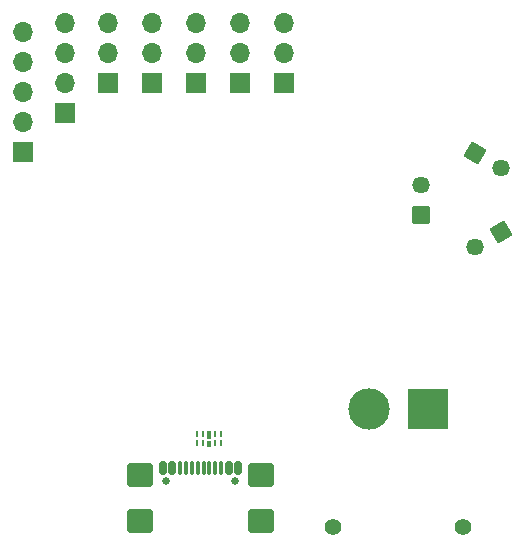
<source format=gbr>
%TF.GenerationSoftware,KiCad,Pcbnew,8.0.3*%
%TF.CreationDate,2024-07-15T22:47:52-04:00*%
%TF.ProjectId,get-a-grip-on-reality,6765742d-612d-4677-9269-702d6f6e2d72,rev?*%
%TF.SameCoordinates,Original*%
%TF.FileFunction,Soldermask,Bot*%
%TF.FilePolarity,Negative*%
%FSLAX46Y46*%
G04 Gerber Fmt 4.6, Leading zero omitted, Abs format (unit mm)*
G04 Created by KiCad (PCBNEW 8.0.3) date 2024-07-15 22:47:52*
%MOMM*%
%LPD*%
G01*
G04 APERTURE LIST*
G04 Aperture macros list*
%AMRoundRect*
0 Rectangle with rounded corners*
0 $1 Rounding radius*
0 $2 $3 $4 $5 $6 $7 $8 $9 X,Y pos of 4 corners*
0 Add a 4 corners polygon primitive as box body*
4,1,4,$2,$3,$4,$5,$6,$7,$8,$9,$2,$3,0*
0 Add four circle primitives for the rounded corners*
1,1,$1+$1,$2,$3*
1,1,$1+$1,$4,$5*
1,1,$1+$1,$6,$7*
1,1,$1+$1,$8,$9*
0 Add four rect primitives between the rounded corners*
20,1,$1+$1,$2,$3,$4,$5,0*
20,1,$1+$1,$4,$5,$6,$7,0*
20,1,$1+$1,$6,$7,$8,$9,0*
20,1,$1+$1,$8,$9,$2,$3,0*%
G04 Aperture macros list end*
%ADD10RoundRect,0.102000X0.230230X0.859230X-0.859230X0.230230X-0.230230X-0.859230X0.859230X-0.230230X0*%
%ADD11C,1.462000*%
%ADD12O,1.700000X1.700000*%
%ADD13R,1.700000X1.700000*%
%ADD14RoundRect,0.102000X-0.859230X-0.230230X0.230230X-0.859230X0.859230X0.230230X-0.230230X0.859230X0*%
%ADD15RoundRect,0.102000X0.629000X-0.629000X0.629000X0.629000X-0.629000X0.629000X-0.629000X-0.629000X0*%
%ADD16R,0.250000X0.625000*%
%ADD17R,0.450000X0.575000*%
%ADD18R,0.450000X0.700000*%
%ADD19C,3.500000*%
%ADD20R,3.500000X3.500000*%
%ADD21C,1.400000*%
%ADD22RoundRect,0.250000X0.840000X0.750000X-0.840000X0.750000X-0.840000X-0.750000X0.840000X-0.750000X0*%
%ADD23RoundRect,0.150000X0.150000X0.425000X-0.150000X0.425000X-0.150000X-0.425000X0.150000X-0.425000X0*%
%ADD24RoundRect,0.075000X0.075000X0.500000X-0.075000X0.500000X-0.075000X-0.500000X0.075000X-0.500000X0*%
%ADD25C,0.650000*%
G04 APERTURE END LIST*
D10*
%TO.C,D5*%
X83600000Y-52040000D03*
D11*
X81400296Y-53310000D03*
%TD*%
D12*
%TO.C,J9*%
X57759664Y-34366000D03*
X57759664Y-36906000D03*
D13*
X57759664Y-39446000D03*
%TD*%
D12*
%TO.C,J11*%
X65227000Y-34366000D03*
X65227000Y-36906000D03*
D13*
X65227000Y-39446000D03*
%TD*%
D12*
%TO.C,J10*%
X61493330Y-34366000D03*
X61493330Y-36906000D03*
D13*
X61493330Y-39446000D03*
%TD*%
D14*
%TO.C,D6*%
X81400296Y-45405000D03*
D11*
X83600000Y-46675000D03*
%TD*%
D12*
%TO.C,J8*%
X54025998Y-34366000D03*
X54025998Y-36906000D03*
D13*
X54025998Y-39446000D03*
%TD*%
D12*
%TO.C,J1*%
X46675000Y-34375000D03*
X46675000Y-36915000D03*
X46675000Y-39455000D03*
D13*
X46675000Y-41995000D03*
%TD*%
D12*
%TO.C,J13*%
X43075000Y-35135000D03*
X43075000Y-37675000D03*
X43075000Y-40215000D03*
X43075000Y-42755000D03*
D13*
X43075000Y-45295000D03*
%TD*%
D12*
%TO.C,J7*%
X50292332Y-34366000D03*
X50292332Y-36906000D03*
D13*
X50292332Y-39446000D03*
%TD*%
D15*
%TO.C,D4*%
X76775000Y-50632500D03*
D11*
X76775000Y-48092500D03*
%TD*%
D16*
%TO.C,U3*%
X57875000Y-69970000D03*
X58375000Y-69970000D03*
D17*
X58875000Y-69995000D03*
D16*
X59375000Y-69970000D03*
X59875000Y-69970000D03*
X59875000Y-69195000D03*
X59375000Y-69195000D03*
D18*
X58875000Y-69232500D03*
D16*
X58375000Y-69195000D03*
X57875000Y-69195000D03*
%TD*%
D19*
%TO.C,J12*%
X72400000Y-67025000D03*
D20*
X77400000Y-67025000D03*
D21*
X80400000Y-77025000D03*
X69400000Y-77025000D03*
%TD*%
D22*
%TO.C,P1*%
X53040000Y-72620000D03*
X53040000Y-76550000D03*
X63260000Y-72620000D03*
X63260000Y-76550000D03*
D23*
X61350000Y-72045000D03*
X60550000Y-72045000D03*
D24*
X59900000Y-72045000D03*
X58900000Y-72045000D03*
X57400000Y-72045000D03*
X56400000Y-72045000D03*
D23*
X55750000Y-72045000D03*
X54950000Y-72045000D03*
X54950000Y-72045000D03*
X55750000Y-72045000D03*
D24*
X56900000Y-72045000D03*
X57900000Y-72045000D03*
X58400000Y-72045000D03*
X59400000Y-72045000D03*
D23*
X60550000Y-72045000D03*
X61350000Y-72045000D03*
D25*
X55260000Y-73120000D03*
X61040000Y-73120000D03*
%TD*%
M02*

</source>
